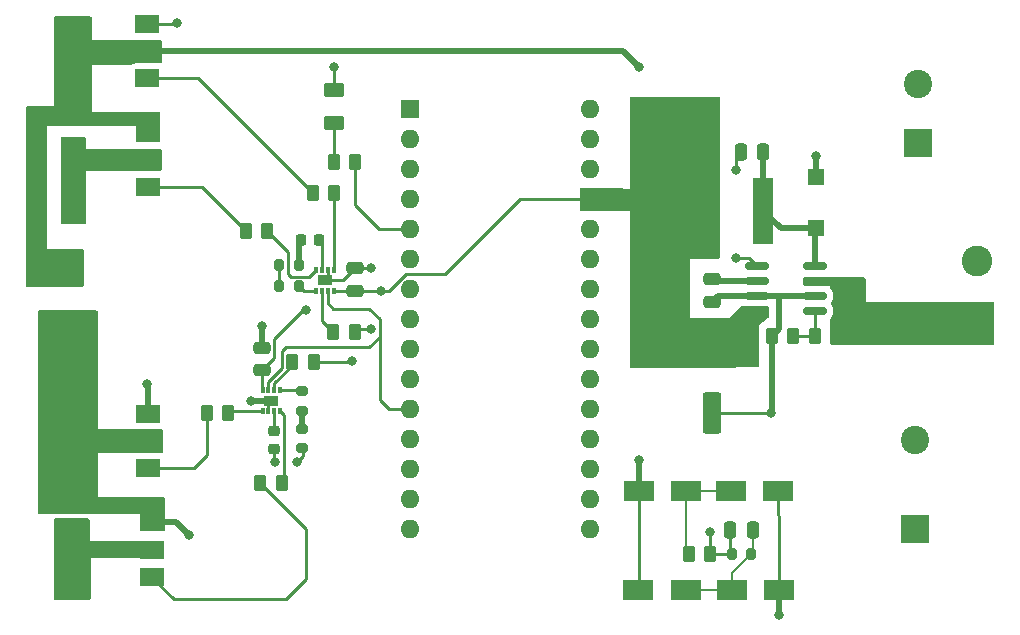
<source format=gtl>
G04 #@! TF.GenerationSoftware,KiCad,Pcbnew,(6.0.1-0)*
G04 #@! TF.CreationDate,2022-07-03T22:05:18+06:00*
G04 #@! TF.ProjectId,Inverter 50W,496e7665-7274-4657-9220-3530572e6b69,rev?*
G04 #@! TF.SameCoordinates,Original*
G04 #@! TF.FileFunction,Copper,L1,Top*
G04 #@! TF.FilePolarity,Positive*
%FSLAX46Y46*%
G04 Gerber Fmt 4.6, Leading zero omitted, Abs format (unit mm)*
G04 Created by KiCad (PCBNEW (6.0.1-0)) date 2022-07-03 22:05:18*
%MOMM*%
%LPD*%
G01*
G04 APERTURE LIST*
G04 Aperture macros list*
%AMRoundRect*
0 Rectangle with rounded corners*
0 $1 Rounding radius*
0 $2 $3 $4 $5 $6 $7 $8 $9 X,Y pos of 4 corners*
0 Add a 4 corners polygon primitive as box body*
4,1,4,$2,$3,$4,$5,$6,$7,$8,$9,$2,$3,0*
0 Add four circle primitives for the rounded corners*
1,1,$1+$1,$2,$3*
1,1,$1+$1,$4,$5*
1,1,$1+$1,$6,$7*
1,1,$1+$1,$8,$9*
0 Add four rect primitives between the rounded corners*
20,1,$1+$1,$2,$3,$4,$5,0*
20,1,$1+$1,$4,$5,$6,$7,0*
20,1,$1+$1,$6,$7,$8,$9,0*
20,1,$1+$1,$8,$9,$2,$3,0*%
G04 Aperture macros list end*
G04 #@! TA.AperFunction,SMDPad,CuDef*
%ADD10RoundRect,0.250000X-0.250000X-0.475000X0.250000X-0.475000X0.250000X0.475000X-0.250000X0.475000X0*%
G04 #@! TD*
G04 #@! TA.AperFunction,SMDPad,CuDef*
%ADD11R,2.000000X1.500000*%
G04 #@! TD*
G04 #@! TA.AperFunction,SMDPad,CuDef*
%ADD12R,2.000000X3.800000*%
G04 #@! TD*
G04 #@! TA.AperFunction,SMDPad,CuDef*
%ADD13RoundRect,0.150000X-0.825000X-0.150000X0.825000X-0.150000X0.825000X0.150000X-0.825000X0.150000X0*%
G04 #@! TD*
G04 #@! TA.AperFunction,SMDPad,CuDef*
%ADD14RoundRect,0.250000X0.475000X-0.250000X0.475000X0.250000X-0.475000X0.250000X-0.475000X-0.250000X0*%
G04 #@! TD*
G04 #@! TA.AperFunction,SMDPad,CuDef*
%ADD15RoundRect,0.225000X-0.225000X-0.250000X0.225000X-0.250000X0.225000X0.250000X-0.225000X0.250000X0*%
G04 #@! TD*
G04 #@! TA.AperFunction,SMDPad,CuDef*
%ADD16RoundRect,0.200000X0.275000X-0.200000X0.275000X0.200000X-0.275000X0.200000X-0.275000X-0.200000X0*%
G04 #@! TD*
G04 #@! TA.AperFunction,SMDPad,CuDef*
%ADD17RoundRect,0.250000X0.262500X0.450000X-0.262500X0.450000X-0.262500X-0.450000X0.262500X-0.450000X0*%
G04 #@! TD*
G04 #@! TA.AperFunction,SMDPad,CuDef*
%ADD18RoundRect,0.250000X-0.262500X-0.450000X0.262500X-0.450000X0.262500X0.450000X-0.262500X0.450000X0*%
G04 #@! TD*
G04 #@! TA.AperFunction,SMDPad,CuDef*
%ADD19RoundRect,0.225000X0.250000X-0.225000X0.250000X0.225000X-0.250000X0.225000X-0.250000X-0.225000X0*%
G04 #@! TD*
G04 #@! TA.AperFunction,ComponentPad*
%ADD20R,2.600000X2.600000*%
G04 #@! TD*
G04 #@! TA.AperFunction,ComponentPad*
%ADD21C,2.600000*%
G04 #@! TD*
G04 #@! TA.AperFunction,SMDPad,CuDef*
%ADD22RoundRect,0.200000X-0.200000X-0.275000X0.200000X-0.275000X0.200000X0.275000X-0.200000X0.275000X0*%
G04 #@! TD*
G04 #@! TA.AperFunction,SMDPad,CuDef*
%ADD23R,1.480000X1.440000*%
G04 #@! TD*
G04 #@! TA.AperFunction,SMDPad,CuDef*
%ADD24RoundRect,0.200000X0.200000X0.275000X-0.200000X0.275000X-0.200000X-0.275000X0.200000X-0.275000X0*%
G04 #@! TD*
G04 #@! TA.AperFunction,SMDPad,CuDef*
%ADD25R,0.300000X0.500000*%
G04 #@! TD*
G04 #@! TA.AperFunction,SMDPad,CuDef*
%ADD26R,1.300000X0.900000*%
G04 #@! TD*
G04 #@! TA.AperFunction,SMDPad,CuDef*
%ADD27R,2.500000X1.800000*%
G04 #@! TD*
G04 #@! TA.AperFunction,ComponentPad*
%ADD28R,2.400000X2.400000*%
G04 #@! TD*
G04 #@! TA.AperFunction,ComponentPad*
%ADD29C,2.400000*%
G04 #@! TD*
G04 #@! TA.AperFunction,SMDPad,CuDef*
%ADD30R,1.700000X5.700000*%
G04 #@! TD*
G04 #@! TA.AperFunction,SMDPad,CuDef*
%ADD31RoundRect,0.250000X-0.550000X1.500000X-0.550000X-1.500000X0.550000X-1.500000X0.550000X1.500000X0*%
G04 #@! TD*
G04 #@! TA.AperFunction,SMDPad,CuDef*
%ADD32RoundRect,0.200000X-0.275000X0.200000X-0.275000X-0.200000X0.275000X-0.200000X0.275000X0.200000X0*%
G04 #@! TD*
G04 #@! TA.AperFunction,ComponentPad*
%ADD33R,1.600000X1.600000*%
G04 #@! TD*
G04 #@! TA.AperFunction,ComponentPad*
%ADD34O,1.600000X1.600000*%
G04 #@! TD*
G04 #@! TA.AperFunction,SMDPad,CuDef*
%ADD35RoundRect,0.250000X-0.625000X0.375000X-0.625000X-0.375000X0.625000X-0.375000X0.625000X0.375000X0*%
G04 #@! TD*
G04 #@! TA.AperFunction,SMDPad,CuDef*
%ADD36RoundRect,0.250000X-0.475000X0.250000X-0.475000X-0.250000X0.475000X-0.250000X0.475000X0.250000X0*%
G04 #@! TD*
G04 #@! TA.AperFunction,ViaPad*
%ADD37C,0.800000*%
G04 #@! TD*
G04 #@! TA.AperFunction,ViaPad*
%ADD38C,1.000000*%
G04 #@! TD*
G04 #@! TA.AperFunction,Conductor*
%ADD39C,0.200000*%
G04 #@! TD*
G04 #@! TA.AperFunction,Conductor*
%ADD40C,0.250000*%
G04 #@! TD*
G04 #@! TA.AperFunction,Conductor*
%ADD41C,0.500000*%
G04 #@! TD*
G04 #@! TA.AperFunction,Conductor*
%ADD42C,0.540000*%
G04 #@! TD*
G04 APERTURE END LIST*
D10*
X109150000Y-110300000D03*
X111050000Y-110300000D03*
D11*
X60200000Y-114250000D03*
D12*
X53900000Y-111950000D03*
D11*
X60200000Y-111950000D03*
X60200000Y-109650000D03*
D13*
X111401041Y-87945000D03*
X111401041Y-89215000D03*
X111401041Y-90485000D03*
X111401041Y-91755000D03*
X116351041Y-91755000D03*
X116351041Y-90485000D03*
X116351041Y-89215000D03*
X116351041Y-87945000D03*
D14*
X69500000Y-96750000D03*
X69500000Y-94850000D03*
D15*
X72775000Y-85750000D03*
X74325000Y-85750000D03*
D16*
X72900000Y-103375000D03*
X72900000Y-101725000D03*
D17*
X75612500Y-81750000D03*
X73787500Y-81750000D03*
D18*
X75587500Y-79100000D03*
X77412500Y-79100000D03*
D19*
X70550000Y-103425000D03*
X70550000Y-101875000D03*
D20*
X130000000Y-92500000D03*
D21*
X130000000Y-87500000D03*
D17*
X69962500Y-85000000D03*
X68137500Y-85000000D03*
D22*
X109275000Y-112300000D03*
X110925000Y-112300000D03*
D20*
X52500000Y-88300000D03*
D21*
X52500000Y-93300000D03*
D11*
X59850000Y-105050000D03*
D12*
X53550000Y-102750000D03*
D11*
X59850000Y-102750000D03*
X59850000Y-100450000D03*
D23*
X116376041Y-84752500D03*
X116376041Y-80422500D03*
D24*
X72625000Y-89650000D03*
X70975000Y-89650000D03*
D25*
X74100000Y-90050000D03*
X74600000Y-90050000D03*
X75100000Y-90050000D03*
X75600000Y-90050000D03*
X75600000Y-88250000D03*
X75100000Y-88250000D03*
X74600000Y-88250000D03*
X74100000Y-88250000D03*
D26*
X74850000Y-89150000D03*
D27*
X113300000Y-115400000D03*
X109300000Y-115400000D03*
D24*
X72625000Y-87850000D03*
X70975000Y-87850000D03*
D27*
X105400000Y-107000000D03*
X101400000Y-107000000D03*
D11*
X59850000Y-81250000D03*
D12*
X53550000Y-78950000D03*
D11*
X59850000Y-78950000D03*
X59850000Y-76650000D03*
X59800000Y-72050000D03*
X59800000Y-69750000D03*
D12*
X53500000Y-69750000D03*
D11*
X59800000Y-67450000D03*
D28*
X125000000Y-77500000D03*
D29*
X125000000Y-72500000D03*
D18*
X72037500Y-96050000D03*
X73862500Y-96050000D03*
X105612500Y-112350000D03*
X107437500Y-112350000D03*
D30*
X111926041Y-83250000D03*
X107426041Y-83250000D03*
D28*
X124800000Y-110200000D03*
D29*
X124800000Y-102700000D03*
D18*
X75537500Y-93500000D03*
X77362500Y-93500000D03*
D31*
X107626041Y-94800000D03*
X107626041Y-100400000D03*
D10*
X110020000Y-78250000D03*
X111920000Y-78250000D03*
D32*
X72850000Y-98525000D03*
X72850000Y-100175000D03*
D33*
X81990000Y-74650000D03*
D34*
X81990000Y-77190000D03*
X81990000Y-79730000D03*
X81990000Y-82270000D03*
X81990000Y-84810000D03*
X81990000Y-87350000D03*
X81990000Y-89890000D03*
X81990000Y-92430000D03*
X81990000Y-94970000D03*
X81990000Y-97510000D03*
X81990000Y-100050000D03*
X81990000Y-102590000D03*
X81990000Y-105130000D03*
X81990000Y-107670000D03*
X81990000Y-110210000D03*
X97230000Y-110210000D03*
X97230000Y-107670000D03*
X97230000Y-105130000D03*
X97230000Y-102590000D03*
X97230000Y-100050000D03*
X97230000Y-97510000D03*
X97230000Y-94970000D03*
X97230000Y-92430000D03*
X97230000Y-89890000D03*
X97230000Y-87350000D03*
X97230000Y-84810000D03*
X97230000Y-82270000D03*
X97230000Y-79730000D03*
X97230000Y-77190000D03*
X97230000Y-74650000D03*
D35*
X75600000Y-73000000D03*
X75600000Y-75800000D03*
D27*
X101357500Y-115400000D03*
X105357500Y-115400000D03*
D17*
X118138541Y-93900000D03*
X116313541Y-93900000D03*
D18*
X64837500Y-100350000D03*
X66662500Y-100350000D03*
X69337500Y-106350000D03*
X71162500Y-106350000D03*
D17*
X114488541Y-93900000D03*
X112663541Y-93900000D03*
D25*
X71050000Y-98450000D03*
X70550000Y-98450000D03*
X70050000Y-98450000D03*
X69550000Y-98450000D03*
X69550000Y-100250000D03*
X70050000Y-100250000D03*
X70550000Y-100250000D03*
X71050000Y-100250000D03*
D26*
X70300000Y-99350000D03*
D14*
X77400000Y-90050000D03*
X77400000Y-88150000D03*
D36*
X107626041Y-89050000D03*
X107626041Y-90950000D03*
D27*
X109200000Y-107000000D03*
X113200000Y-107000000D03*
D37*
X62300000Y-67400000D03*
X68600000Y-99400000D03*
X112600000Y-100400000D03*
X116400000Y-78600000D03*
X75600000Y-71100000D03*
X59800000Y-97900000D03*
X78750000Y-88150000D03*
X69500000Y-93000000D03*
X78700000Y-93300000D03*
X77130000Y-95990000D03*
X73200000Y-91700000D03*
X79550000Y-90050000D03*
X72500000Y-104500000D03*
X70600000Y-104500000D03*
D38*
X53900000Y-115100000D03*
X53400000Y-83500000D03*
D37*
X109600000Y-79800000D03*
X109600000Y-87300000D03*
X101400000Y-104400000D03*
X101400000Y-71100000D03*
X113300000Y-117500000D03*
X63300000Y-110700000D03*
X107400000Y-110500000D03*
D39*
X111050000Y-110300000D02*
X111050000Y-112175000D01*
X111050000Y-112175000D02*
X110925000Y-112300000D01*
D40*
X109150000Y-110300000D02*
X109150000Y-112175000D01*
X109150000Y-112175000D02*
X109275000Y-112300000D01*
X75100000Y-88900000D02*
X75100000Y-88250000D01*
X74850000Y-89150000D02*
X76400000Y-89150000D01*
D41*
X59850000Y-97950000D02*
X59800000Y-97900000D01*
D40*
X70050000Y-100250000D02*
X70050000Y-99600000D01*
X74850000Y-89150000D02*
X75100000Y-88900000D01*
X62250000Y-67450000D02*
X62300000Y-67400000D01*
D42*
X108091041Y-90485000D02*
X107626041Y-90950000D01*
X111401041Y-90485000D02*
X108091041Y-90485000D01*
D41*
X70300000Y-99350000D02*
X68650000Y-99350000D01*
D40*
X76400000Y-89150000D02*
X77400000Y-88150000D01*
D41*
X116376041Y-80422500D02*
X116376041Y-78623959D01*
D42*
X113275000Y-90485000D02*
X116351041Y-90485000D01*
D41*
X59850000Y-100450000D02*
X59850000Y-97950000D01*
D42*
X113275000Y-90485000D02*
X113275000Y-93288541D01*
D41*
X116376041Y-78623959D02*
X116400000Y-78600000D01*
X68650000Y-99350000D02*
X68600000Y-99400000D01*
D40*
X78800000Y-88200000D02*
X78750000Y-88150000D01*
X59800000Y-67450000D02*
X62250000Y-67450000D01*
X70050000Y-99600000D02*
X70300000Y-99350000D01*
D42*
X111401041Y-90485000D02*
X113275000Y-90485000D01*
X112663541Y-93900000D02*
X112663541Y-100336459D01*
X112663541Y-100336459D02*
X112600000Y-100400000D01*
D40*
X77400000Y-88150000D02*
X78750000Y-88150000D01*
D41*
X69500000Y-94850000D02*
X69500000Y-93000000D01*
D40*
X75600000Y-73000000D02*
X75600000Y-71100000D01*
X107626041Y-100400000D02*
X112600000Y-100400000D01*
D42*
X113275000Y-93288541D02*
X112663541Y-93900000D01*
D40*
X78700000Y-93300000D02*
X77562500Y-93300000D01*
X77562500Y-93300000D02*
X77362500Y-93500000D01*
X73862500Y-96050000D02*
X77070000Y-96050000D01*
X77070000Y-96050000D02*
X77130000Y-95990000D01*
X81990000Y-100050000D02*
X80250000Y-100050000D01*
X71200000Y-96587493D02*
X71200000Y-95100000D01*
X75540000Y-91540000D02*
X75100000Y-91100000D01*
X70050000Y-97737493D02*
X71200000Y-96587493D01*
X71200000Y-95100000D02*
X71500000Y-94800000D01*
X78580000Y-91540000D02*
X75540000Y-91540000D01*
X75100000Y-91100000D02*
X75100000Y-90050000D01*
X79470000Y-99270000D02*
X79470000Y-93930000D01*
X80250000Y-100050000D02*
X79470000Y-99270000D01*
X71500000Y-94800000D02*
X78600000Y-94800000D01*
X79470000Y-92430000D02*
X78580000Y-91540000D01*
X70050000Y-98450000D02*
X70050000Y-97737493D01*
X79470000Y-93930000D02*
X79470000Y-92430000D01*
X78600000Y-94800000D02*
X79470000Y-93930000D01*
X79550000Y-90050000D02*
X80239700Y-90050000D01*
X69500000Y-98400000D02*
X69550000Y-98450000D01*
X73000000Y-91700000D02*
X73200000Y-91700000D01*
X85000000Y-88600000D02*
X85100000Y-88600000D01*
X70549520Y-94150480D02*
X73000000Y-91700000D01*
X111401041Y-91755000D02*
X110671041Y-91755000D01*
X69500000Y-96750000D02*
X69500000Y-98400000D01*
X97230000Y-82270000D02*
X91330000Y-82270000D01*
X77400000Y-90050000D02*
X75600000Y-90050000D01*
X77400000Y-90050000D02*
X79550000Y-90050000D01*
X69500000Y-96750000D02*
X70549520Y-95700480D01*
X81689700Y-88600000D02*
X85000000Y-88600000D01*
X80239700Y-90050000D02*
X81689700Y-88600000D01*
X85000000Y-88600000D02*
X86950000Y-86650000D01*
X91330000Y-82270000D02*
X86950000Y-86650000D01*
X70549520Y-95700480D02*
X70549520Y-94150480D01*
X70550000Y-103425000D02*
X70550000Y-104250000D01*
X70600000Y-104300000D02*
X70600000Y-104500000D01*
X72500000Y-104500000D02*
X73000000Y-104000000D01*
X73000000Y-104000000D02*
X73000000Y-103475000D01*
X70550000Y-104250000D02*
X70600000Y-104300000D01*
X73000000Y-103475000D02*
X72900000Y-103375000D01*
X70550000Y-101875000D02*
X70550000Y-100250000D01*
D42*
X72625000Y-85900000D02*
X72775000Y-85750000D01*
X72625000Y-87850000D02*
X72625000Y-85900000D01*
D40*
X74600000Y-86025000D02*
X74325000Y-85750000D01*
X74600000Y-88250000D02*
X74600000Y-86025000D01*
D42*
X111401041Y-89215000D02*
X107791041Y-89215000D01*
X107791041Y-89215000D02*
X107626041Y-89050000D01*
D40*
X111401041Y-87945000D02*
X110756041Y-87300000D01*
X109600000Y-79800000D02*
X109600000Y-78670000D01*
X109600000Y-78670000D02*
X110020000Y-78250000D01*
X109400000Y-87300000D02*
X109600000Y-87300000D01*
X110756041Y-87300000D02*
X109600000Y-87300000D01*
D42*
X113428541Y-84752500D02*
X111926041Y-83250000D01*
X116376041Y-84752500D02*
X113428541Y-84752500D01*
X116351041Y-84777500D02*
X116376041Y-84752500D01*
X111926041Y-78256041D02*
X111920000Y-78250000D01*
X111926041Y-83250000D02*
X111926041Y-78256041D01*
X116351041Y-87945000D02*
X116351041Y-84777500D01*
D40*
X64387500Y-81250000D02*
X59850000Y-81250000D01*
X68137500Y-85000000D02*
X64387500Y-81250000D01*
X101400000Y-115357500D02*
X101400000Y-107000000D01*
D41*
X100050000Y-69750000D02*
X101400000Y-71100000D01*
X101400000Y-104400000D02*
X101400000Y-107000000D01*
X59800000Y-69750000D02*
X100050000Y-69750000D01*
D40*
X101357500Y-115400000D02*
X101400000Y-115357500D01*
X64087500Y-72050000D02*
X73787500Y-81750000D01*
X59800000Y-72050000D02*
X64087500Y-72050000D01*
X62010978Y-116160000D02*
X60200000Y-114349022D01*
X69337500Y-106350000D02*
X73230000Y-110242500D01*
X73230000Y-114470000D02*
X71540000Y-116160000D01*
X60200000Y-114349022D02*
X60200000Y-114250000D01*
X71540000Y-116160000D02*
X62010978Y-116160000D01*
X73230000Y-110242500D02*
X73230000Y-114470000D01*
D41*
X60200000Y-109650000D02*
X62250000Y-109650000D01*
X63300000Y-110700000D02*
X62250000Y-109650000D01*
D40*
X113300000Y-115400000D02*
X113300000Y-109100000D01*
X113300000Y-107100000D02*
X113200000Y-107000000D01*
D41*
X113300000Y-115400000D02*
X113300000Y-117500000D01*
D40*
X113300000Y-109100000D02*
X113200000Y-109000000D01*
X113200000Y-109000000D02*
X113200000Y-107000000D01*
X59850000Y-105050000D02*
X63750000Y-105050000D01*
X64837500Y-103937500D02*
X64850000Y-103950000D01*
X63750000Y-105050000D02*
X64850000Y-103950000D01*
X64837500Y-100350000D02*
X64837500Y-103937500D01*
D41*
X72900000Y-101725000D02*
X72900000Y-100225000D01*
X72900000Y-100225000D02*
X72850000Y-100175000D01*
D40*
X70975000Y-87850000D02*
X70975000Y-89650000D01*
X116351041Y-91755000D02*
X116351041Y-93862500D01*
X116313541Y-93900000D02*
X114488541Y-93900000D01*
X116351041Y-93862500D02*
X116313541Y-93900000D01*
X71050000Y-98450000D02*
X72775000Y-98450000D01*
X72775000Y-98450000D02*
X72850000Y-98525000D01*
X74100000Y-90050000D02*
X73025000Y-90050000D01*
X73025000Y-90050000D02*
X72625000Y-89650000D01*
X72037500Y-96050000D02*
X72037500Y-96385697D01*
X72037500Y-96385697D02*
X70550000Y-97873197D01*
X70550000Y-97873197D02*
X70550000Y-98450000D01*
X74600000Y-92562500D02*
X75537500Y-93500000D01*
X74600000Y-90050000D02*
X74600000Y-92562500D01*
X75600000Y-88250000D02*
X75600000Y-81762500D01*
X75600000Y-81762500D02*
X75612500Y-81750000D01*
X71730000Y-88640000D02*
X71730000Y-86767500D01*
X73499520Y-88850480D02*
X71940480Y-88850480D01*
X74100000Y-88250000D02*
X73499520Y-88850480D01*
X71940480Y-88850480D02*
X71730000Y-88640000D01*
X71730000Y-86767500D02*
X69962500Y-85000000D01*
X66762500Y-100250000D02*
X66662500Y-100350000D01*
X69550000Y-100250000D02*
X66762500Y-100250000D01*
X71380000Y-106132500D02*
X71162500Y-106350000D01*
X71380000Y-100580000D02*
X71380000Y-106132500D01*
X71050000Y-100250000D02*
X71380000Y-100580000D01*
D39*
X105400000Y-107000000D02*
X109200000Y-107000000D01*
X105400000Y-112137500D02*
X105612500Y-112350000D01*
X105400000Y-107000000D02*
X105400000Y-112137500D01*
D40*
X77400000Y-79112500D02*
X77400000Y-82800000D01*
X77400000Y-82800000D02*
X79410000Y-84810000D01*
X79410000Y-84810000D02*
X81990000Y-84810000D01*
X77412500Y-79100000D02*
X77400000Y-79112500D01*
X109275000Y-112300000D02*
X107487500Y-112300000D01*
X107487500Y-112300000D02*
X107437500Y-112350000D01*
X107437500Y-110537500D02*
X107400000Y-110500000D01*
X107437500Y-112350000D02*
X107437500Y-110537500D01*
D39*
X110925000Y-112300000D02*
X109300000Y-113925000D01*
X105357500Y-115400000D02*
X109300000Y-115400000D01*
X109300000Y-113925000D02*
X109300000Y-115400000D01*
D40*
X75587500Y-75812500D02*
X75600000Y-75800000D01*
X75587500Y-79100000D02*
X75587500Y-75812500D01*
G04 #@! TA.AperFunction,Conductor*
G36*
X55542121Y-91720002D02*
G01*
X55588614Y-91773658D01*
X55600000Y-91826000D01*
X55600000Y-101700000D01*
X58721836Y-101700000D01*
X58739647Y-101702088D01*
X58739684Y-101701745D01*
X58801866Y-101708500D01*
X60898134Y-101708500D01*
X60960316Y-101701745D01*
X60960693Y-101705217D01*
X61015858Y-101708146D01*
X61073465Y-101749642D01*
X61099493Y-101815696D01*
X61100000Y-101826990D01*
X61100000Y-103673010D01*
X61079998Y-103741131D01*
X61026342Y-103787624D01*
X60960442Y-103797099D01*
X60960316Y-103798255D01*
X60901531Y-103791869D01*
X60898134Y-103791500D01*
X58801866Y-103791500D01*
X58739684Y-103798255D01*
X58739647Y-103797912D01*
X58721836Y-103800000D01*
X55600000Y-103800000D01*
X55600000Y-107500000D01*
X61174000Y-107500000D01*
X61242121Y-107520002D01*
X61288614Y-107573658D01*
X61300000Y-107626000D01*
X61300000Y-110274000D01*
X61279998Y-110342121D01*
X61226342Y-110388614D01*
X61174000Y-110400000D01*
X59326000Y-110400000D01*
X59257879Y-110379998D01*
X59211386Y-110326342D01*
X59200000Y-110274000D01*
X59200000Y-108900000D01*
X50626000Y-108900000D01*
X50557879Y-108879998D01*
X50511386Y-108826342D01*
X50500000Y-108774000D01*
X50500000Y-91826000D01*
X50520002Y-91757879D01*
X50573658Y-91711386D01*
X50626000Y-91700000D01*
X55474000Y-91700000D01*
X55542121Y-91720002D01*
G37*
G04 #@! TD.AperFunction*
G04 #@! TA.AperFunction,Conductor*
G36*
X120542121Y-88920002D02*
G01*
X120588614Y-88973658D01*
X120600000Y-89026000D01*
X120600000Y-91000000D01*
X131374000Y-91000000D01*
X131442121Y-91020002D01*
X131488614Y-91073658D01*
X131500000Y-91126000D01*
X131500000Y-94474000D01*
X131479998Y-94542121D01*
X131426342Y-94588614D01*
X131374000Y-94600000D01*
X117726000Y-94600000D01*
X117657879Y-94579998D01*
X117611386Y-94526342D01*
X117600000Y-94474000D01*
X117600000Y-92464491D01*
X117620002Y-92396370D01*
X117636905Y-92375396D01*
X117700494Y-92311807D01*
X117704530Y-92304983D01*
X117704532Y-92304980D01*
X117781149Y-92175427D01*
X117785186Y-92168601D01*
X117831603Y-92008831D01*
X117834541Y-91971502D01*
X117834541Y-91538498D01*
X117831603Y-91501169D01*
X117785186Y-91341399D01*
X117700494Y-91198193D01*
X117697812Y-91195511D01*
X117672539Y-91131139D01*
X117686441Y-91061516D01*
X117696613Y-91045688D01*
X117700494Y-91041807D01*
X117785186Y-90898601D01*
X117831603Y-90738831D01*
X117834541Y-90701502D01*
X117834541Y-90268498D01*
X117831603Y-90231169D01*
X117785186Y-90071399D01*
X117739473Y-89994102D01*
X117704532Y-89935020D01*
X117704530Y-89935017D01*
X117700494Y-89928193D01*
X117636905Y-89864604D01*
X117602879Y-89802292D01*
X117600000Y-89775509D01*
X117600000Y-89600000D01*
X115426000Y-89600000D01*
X115357879Y-89579998D01*
X115311386Y-89526342D01*
X115300000Y-89474000D01*
X115300000Y-89026000D01*
X115320002Y-88957879D01*
X115373658Y-88911386D01*
X115426000Y-88900000D01*
X120474000Y-88900000D01*
X120542121Y-88920002D01*
G37*
G04 #@! TD.AperFunction*
G04 #@! TA.AperFunction,Conductor*
G36*
X55042121Y-66820002D02*
G01*
X55088614Y-66873658D01*
X55100000Y-66926000D01*
X55100000Y-68800000D01*
X60874000Y-68800000D01*
X60942121Y-68820002D01*
X60988614Y-68873658D01*
X61000000Y-68926000D01*
X61000000Y-70667569D01*
X60979998Y-70735690D01*
X60926342Y-70782183D01*
X60860391Y-70792832D01*
X60848134Y-70791500D01*
X58751866Y-70791500D01*
X58689684Y-70798255D01*
X58553295Y-70849385D01*
X58546110Y-70854770D01*
X58546108Y-70854771D01*
X58519349Y-70874826D01*
X58452842Y-70899674D01*
X58443784Y-70900000D01*
X55100000Y-70900000D01*
X55100000Y-74900000D01*
X60774000Y-74900000D01*
X60842121Y-74920002D01*
X60888614Y-74973658D01*
X60900000Y-75026000D01*
X60900000Y-77274000D01*
X60879998Y-77342121D01*
X60826342Y-77388614D01*
X60774000Y-77400000D01*
X58926000Y-77400000D01*
X58857879Y-77379998D01*
X58811386Y-77326342D01*
X58800000Y-77274000D01*
X58800000Y-76100000D01*
X51300000Y-76100000D01*
X51300000Y-86500000D01*
X54274000Y-86500000D01*
X54342121Y-86520002D01*
X54388614Y-86573658D01*
X54400000Y-86626000D01*
X54400000Y-89574000D01*
X54379998Y-89642121D01*
X54326342Y-89688614D01*
X54274000Y-89700000D01*
X49626000Y-89700000D01*
X49557879Y-89679998D01*
X49511386Y-89626342D01*
X49500000Y-89574000D01*
X49500000Y-74526000D01*
X49520002Y-74457879D01*
X49573658Y-74411386D01*
X49626000Y-74400000D01*
X51900000Y-74400000D01*
X51900000Y-66926000D01*
X51920002Y-66857879D01*
X51973658Y-66811386D01*
X52026000Y-66800000D01*
X54974000Y-66800000D01*
X55042121Y-66820002D01*
G37*
G04 #@! TD.AperFunction*
G04 #@! TA.AperFunction,Conductor*
G36*
X54842121Y-109320002D02*
G01*
X54888614Y-109373658D01*
X54900000Y-109426000D01*
X54900000Y-111200000D01*
X61074000Y-111200000D01*
X61142121Y-111220002D01*
X61188614Y-111273658D01*
X61200000Y-111326000D01*
X61200000Y-112574000D01*
X61179998Y-112642121D01*
X61126342Y-112688614D01*
X61074000Y-112700000D01*
X55000000Y-112700000D01*
X55000000Y-116074000D01*
X54979998Y-116142121D01*
X54926342Y-116188614D01*
X54874000Y-116200000D01*
X52026000Y-116200000D01*
X51957879Y-116179998D01*
X51911386Y-116126342D01*
X51900000Y-116074000D01*
X51900000Y-109426000D01*
X51920002Y-109357879D01*
X51973658Y-109311386D01*
X52026000Y-109300000D01*
X54774000Y-109300000D01*
X54842121Y-109320002D01*
G37*
G04 #@! TD.AperFunction*
G04 #@! TA.AperFunction,Conductor*
G36*
X54542121Y-77020002D02*
G01*
X54588614Y-77073658D01*
X54600000Y-77126000D01*
X54600000Y-78000000D01*
X60874000Y-78000000D01*
X60942121Y-78020002D01*
X60988614Y-78073658D01*
X61000000Y-78126000D01*
X61000000Y-79774000D01*
X60979998Y-79842121D01*
X60926342Y-79888614D01*
X60874000Y-79900000D01*
X54600000Y-79900000D01*
X54600000Y-84274000D01*
X54579998Y-84342121D01*
X54526342Y-84388614D01*
X54474000Y-84400000D01*
X52626000Y-84400000D01*
X52557879Y-84379998D01*
X52511386Y-84326342D01*
X52500000Y-84274000D01*
X52500000Y-77126000D01*
X52520002Y-77057879D01*
X52573658Y-77011386D01*
X52626000Y-77000000D01*
X54474000Y-77000000D01*
X54542121Y-77020002D01*
G37*
G04 #@! TD.AperFunction*
G04 #@! TA.AperFunction,Conductor*
G36*
X108183978Y-73609836D02*
G01*
X108252073Y-73629927D01*
X108298496Y-73683643D01*
X108309814Y-73736022D01*
X108300000Y-80380000D01*
X108300000Y-87184000D01*
X108279998Y-87252121D01*
X108226342Y-87298614D01*
X108174000Y-87310000D01*
X105740000Y-87310000D01*
X105710000Y-92360000D01*
X109060000Y-92360000D01*
X109079171Y-92341885D01*
X110113575Y-91364420D01*
X110176825Y-91332171D01*
X110200114Y-91330000D01*
X112274000Y-91330000D01*
X112342121Y-91350002D01*
X112388614Y-91403658D01*
X112400000Y-91456000D01*
X112400000Y-92264332D01*
X112379998Y-92332453D01*
X112346173Y-92367614D01*
X111570000Y-92910000D01*
X111570034Y-92922397D01*
X111570034Y-92922398D01*
X111579652Y-96404114D01*
X111559838Y-96472290D01*
X111506311Y-96518931D01*
X111454114Y-96530461D01*
X107787108Y-96543893D01*
X100786461Y-96569537D01*
X100718268Y-96549785D01*
X100671579Y-96496300D01*
X100660000Y-96443538D01*
X100660000Y-92259926D01*
X100654784Y-83318082D01*
X100654784Y-83318081D01*
X100654773Y-83299967D01*
X100641246Y-83299967D01*
X96526001Y-83299999D01*
X96457880Y-83279997D01*
X96411387Y-83226342D01*
X96400000Y-83173999D01*
X96400000Y-81428998D01*
X96420002Y-81360877D01*
X96473658Y-81314384D01*
X96528962Y-81303033D01*
X99517324Y-81373307D01*
X100653626Y-81400028D01*
X100640221Y-73726385D01*
X100660104Y-73658230D01*
X100713679Y-73611643D01*
X100766385Y-73600165D01*
X108183978Y-73609836D01*
G37*
G04 #@! TD.AperFunction*
M02*

</source>
